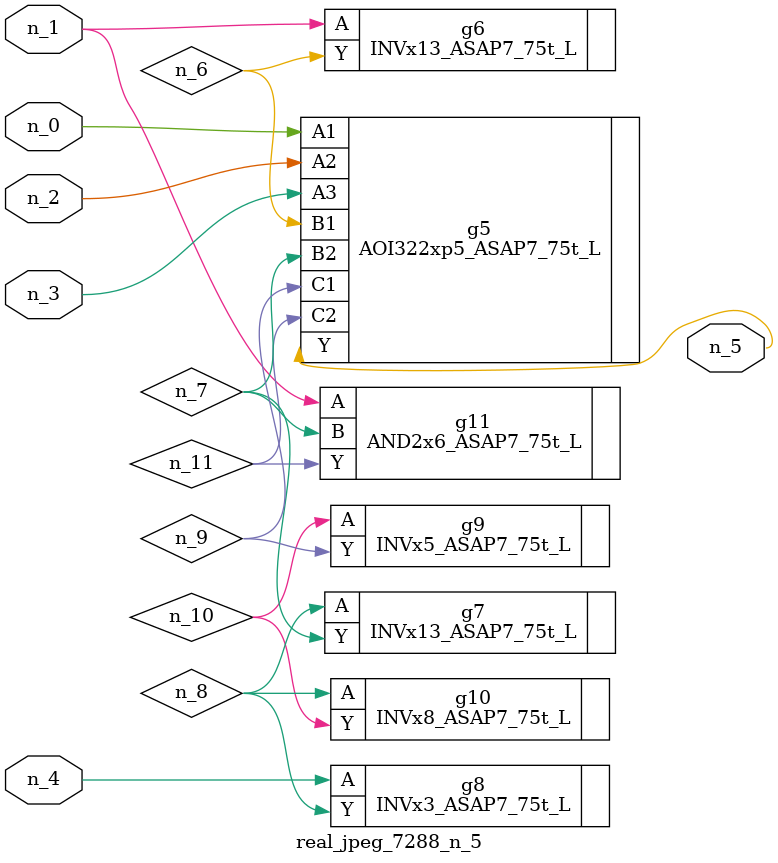
<source format=v>
module real_jpeg_7288_n_5 (n_4, n_0, n_1, n_2, n_3, n_5);

input n_4;
input n_0;
input n_1;
input n_2;
input n_3;

output n_5;

wire n_8;
wire n_11;
wire n_6;
wire n_7;
wire n_10;
wire n_9;

AOI322xp5_ASAP7_75t_L g5 ( 
.A1(n_0),
.A2(n_2),
.A3(n_3),
.B1(n_6),
.B2(n_7),
.C1(n_9),
.C2(n_11),
.Y(n_5)
);

INVx13_ASAP7_75t_L g6 ( 
.A(n_1),
.Y(n_6)
);

AND2x6_ASAP7_75t_L g11 ( 
.A(n_1),
.B(n_7),
.Y(n_11)
);

INVx3_ASAP7_75t_L g8 ( 
.A(n_4),
.Y(n_8)
);

INVx13_ASAP7_75t_L g7 ( 
.A(n_8),
.Y(n_7)
);

INVx8_ASAP7_75t_L g10 ( 
.A(n_8),
.Y(n_10)
);

INVx5_ASAP7_75t_L g9 ( 
.A(n_10),
.Y(n_9)
);


endmodule
</source>
